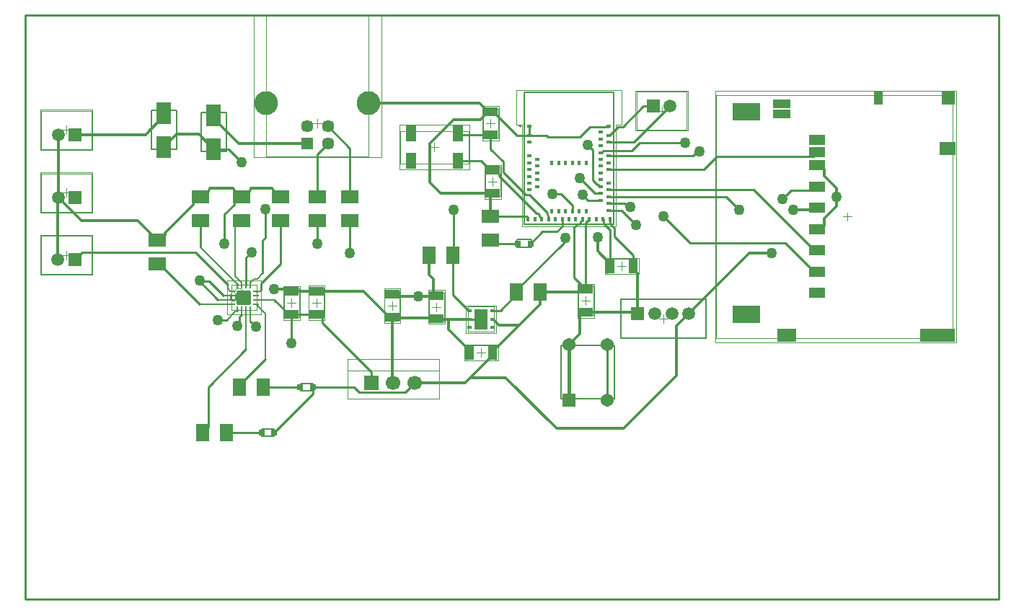
<source format=gtl>
G04*
G04 #@! TF.GenerationSoftware,Altium Limited,Altium Designer,21.0.9 (235)*
G04*
G04 Layer_Physical_Order=1*
G04 Layer_Color=255*
%FSLAX25Y25*%
%MOIN*%
G70*
G04*
G04 #@! TF.SameCoordinates,D1A995C4-E234-4582-B38A-79D50AB79B9C*
G04*
G04*
G04 #@! TF.FilePolarity,Positive*
G04*
G01*
G75*
%ADD11C,0.00787*%
%ADD12C,0.00800*%
%ADD13C,0.00500*%
%ADD14C,0.01000*%
%ADD15C,0.00630*%
%ADD16C,0.00394*%
%ADD17C,0.00197*%
%ADD38R,0.03150X0.03150*%
%ADD39R,0.06693X0.09843*%
%ADD45R,0.06063X0.06063*%
%ADD46C,0.06063*%
%ADD51R,0.04331X0.05906*%
%ADD52R,0.07874X0.03937*%
%ADD53R,0.08661X0.06102*%
%ADD54R,0.12598X0.08268*%
%ADD55R,0.07677X0.04724*%
%ADD56R,0.06496X0.05906*%
%ADD57R,0.07362X0.06299*%
%ADD58R,0.16417X0.06102*%
%ADD59R,0.02362X0.01575*%
%ADD60R,0.05906X0.09449*%
%ADD61R,0.06000X0.08000*%
%ADD62R,0.06693X0.04331*%
%ADD63R,0.05118X0.07480*%
%ADD64R,0.04331X0.06693*%
%ADD65R,0.02362X0.01575*%
%ADD66R,0.01575X0.02362*%
G04:AMPARAMS|DCode=67|XSize=9.84mil|YSize=23.62mil|CornerRadius=1.97mil|HoleSize=0mil|Usage=FLASHONLY|Rotation=90.000|XOffset=0mil|YOffset=0mil|HoleType=Round|Shape=RoundedRectangle|*
%AMROUNDEDRECTD67*
21,1,0.00984,0.01968,0,0,90.0*
21,1,0.00591,0.02362,0,0,90.0*
1,1,0.00394,0.00984,0.00295*
1,1,0.00394,0.00984,-0.00295*
1,1,0.00394,-0.00984,-0.00295*
1,1,0.00394,-0.00984,0.00295*
%
%ADD67ROUNDEDRECTD67*%
G04:AMPARAMS|DCode=68|XSize=9.84mil|YSize=23.62mil|CornerRadius=1.97mil|HoleSize=0mil|Usage=FLASHONLY|Rotation=0.000|XOffset=0mil|YOffset=0mil|HoleType=Round|Shape=RoundedRectangle|*
%AMROUNDEDRECTD68*
21,1,0.00984,0.01968,0,0,0.0*
21,1,0.00591,0.02362,0,0,0.0*
1,1,0.00394,0.00295,-0.00984*
1,1,0.00394,-0.00295,-0.00984*
1,1,0.00394,-0.00295,0.00984*
1,1,0.00394,0.00295,0.00984*
%
%ADD68ROUNDEDRECTD68*%
G04:AMPARAMS|DCode=69|XSize=66.93mil|YSize=66.93mil|CornerRadius=2.01mil|HoleSize=0mil|Usage=FLASHONLY|Rotation=0.000|XOffset=0mil|YOffset=0mil|HoleType=Round|Shape=RoundedRectangle|*
%AMROUNDEDRECTD69*
21,1,0.06693,0.06291,0,0,0.0*
21,1,0.06291,0.06693,0,0,0.0*
1,1,0.00402,0.03146,-0.03146*
1,1,0.00402,-0.03146,-0.03146*
1,1,0.00402,-0.03146,0.03146*
1,1,0.00402,0.03146,0.03146*
%
%ADD69ROUNDEDRECTD69*%
%ADD70R,0.08000X0.06000*%
%ADD71C,0.01200*%
%ADD72C,0.01500*%
%ADD73C,0.05906*%
%ADD74R,0.05906X0.05906*%
%ADD75C,0.05709*%
%ADD76R,0.05709X0.05709*%
%ADD77C,0.11024*%
%ADD78R,0.06693X0.06693*%
%ADD79C,0.06693*%
%ADD80C,0.05000*%
%ADD81C,0.01968*%
D11*
X487618Y332618D02*
Y357382D01*
X512382D01*
Y332618D02*
Y357382D01*
X487618Y332618D02*
X512382D01*
X349291Y318772D02*
X354803D01*
Y315228D02*
Y318772D01*
X349291Y315228D02*
X354803D01*
X349291D02*
Y318772D01*
X367244Y339772D02*
X372756D01*
Y336228D02*
Y339772D01*
X367244Y336228D02*
X372756D01*
X367244D02*
Y339772D01*
X467154Y402728D02*
Y406272D01*
Y402728D02*
X473846D01*
Y406272D01*
X467154D02*
X473846D01*
X321252Y446945D02*
X332748D01*
Y465055D01*
X321252D02*
X332748D01*
X321252Y446945D02*
Y465055D01*
X298252Y447945D02*
X309748D01*
Y466055D01*
X298252D02*
X309748D01*
X298252Y447945D02*
Y466055D01*
X468992Y458756D02*
G03*
X468992Y458756I-394J0D01*
G01*
D12*
X344045Y385104D02*
Y386545D01*
X345676Y388176D02*
X347117D01*
X344045Y386545D02*
X345676Y388176D01*
X343953Y385012D02*
X344045Y385104D01*
X348453Y382453D02*
X349000Y383000D01*
X346512Y382453D02*
X348453D01*
X331500Y380484D02*
X335488D01*
X334707Y382545D02*
Y382545D01*
X333500Y383752D02*
X334707Y382545D01*
X334799Y382453D02*
X335488D01*
X334707Y382545D02*
X334799Y382453D01*
X333500Y383752D02*
Y385500D01*
X340000Y371582D02*
Y373988D01*
X337000Y412400D02*
X339600Y415000D01*
X337000Y389455D02*
Y412400D01*
Y389455D02*
X339947Y386508D01*
Y385080D02*
Y386508D01*
Y385080D02*
X340016Y385012D01*
X339600Y415000D02*
X340000D01*
X328984Y378516D02*
X335488D01*
X320453Y376547D02*
X335488D01*
X347117Y388176D02*
X349500Y390559D01*
X321000Y402732D02*
X338047Y385685D01*
X351000Y351000D02*
Y372059D01*
X346512Y376547D02*
X351000Y372059D01*
X343953Y368547D02*
Y373988D01*
X337366Y373307D02*
X338039D01*
X333059Y369000D02*
X337366Y373307D01*
X341984Y355646D02*
Y373988D01*
X346512Y378516D02*
X354941D01*
D13*
X470567Y474504D02*
X511905D01*
Y413480D02*
Y474504D01*
X470567Y413480D02*
X511905D01*
X470567D02*
Y474504D01*
D14*
X593980Y428980D02*
X604138D01*
X437500Y380728D02*
X444791Y373437D01*
X363000Y358500D02*
Y371638D01*
X329000Y369000D02*
X333059D01*
X266374Y400500D02*
X318500D01*
X440394Y454732D02*
X455000D01*
X439827Y455299D02*
X440394Y454732D01*
X426929Y380000D02*
X428460Y381531D01*
X349000Y383000D02*
Y386000D01*
X358000Y395000D01*
X321000Y387000D02*
X324984D01*
X331500Y380484D01*
X320750Y386750D02*
X328984Y378516D01*
X408319Y370370D02*
X409500D01*
X406653Y372035D02*
Y372066D01*
Y372035D02*
X408319Y370370D01*
X409591Y340409D02*
X410000Y340000D01*
X409817Y370687D02*
X410819Y369685D01*
X412000D01*
X411500Y380315D02*
X411815Y380000D01*
X412000Y369685D02*
X412252Y369937D01*
X430567D02*
X431000Y370370D01*
X426052Y398552D02*
X426500Y399000D01*
X255063Y425835D02*
X255165D01*
X255063Y425249D02*
Y425835D01*
X320500Y387500D02*
X321000Y387000D01*
X508858Y332205D02*
Y357795D01*
X453819Y465362D02*
X455000D01*
X361768Y383500D02*
X363000Y382268D01*
X332000Y404500D02*
Y418000D01*
X338000Y366500D02*
X338765Y367265D01*
Y370348D01*
X340000Y371582D01*
X333874Y448126D02*
X340000Y442000D01*
X327000Y448126D02*
X333874D01*
X262874Y397000D02*
X266374Y400500D01*
X318500D02*
X333500Y385500D01*
X346512Y382453D02*
X347185D01*
X358000Y395000D02*
Y415000D01*
X301000Y395000D02*
X302000D01*
X320453Y376547D01*
X332000Y418000D02*
X336500Y422500D01*
X339000Y426000D02*
X340000D01*
X336500Y423500D02*
X339000Y426000D01*
X336500Y422500D02*
Y423500D01*
X341984Y397984D02*
X344500Y400500D01*
X341984Y385012D02*
Y397984D01*
X349500Y390559D02*
Y405870D01*
X351000Y407370D01*
Y419357D01*
X338047Y385012D02*
Y385685D01*
X321000Y402732D02*
Y415000D01*
X341000Y426000D02*
X343500Y428500D01*
Y429414D02*
X344086Y430000D01*
X354500Y428500D02*
Y429414D01*
X343500Y428500D02*
Y429414D01*
X340000Y426000D02*
X341000D01*
X353914Y430000D02*
X354500Y429414D01*
X339000Y339000D02*
X351000Y351000D01*
X343953Y368547D02*
X346500Y366000D01*
X338047Y373315D02*
Y373988D01*
X338039Y373307D02*
X338047Y373315D01*
X361819Y371638D02*
X363000D01*
X354941Y378516D02*
X361819Y371638D01*
X339000Y338000D02*
Y339000D01*
X324500Y338161D02*
X341984Y355646D01*
X322000Y317000D02*
X324500Y319500D01*
Y338161D01*
X455917Y427769D02*
X456000Y427685D01*
X439827Y442701D02*
X450433D01*
X454819Y438315D01*
X510370Y395181D02*
Y410630D01*
Y394000D02*
Y395181D01*
X515522Y419780D02*
X522125Y413177D01*
X522333D01*
X510134Y413695D02*
Y415842D01*
Y413695D02*
X512370Y411458D01*
X507116Y413884D02*
Y415711D01*
Y413884D02*
X510370Y410630D01*
X506984Y415842D02*
X507116Y415711D01*
X512370Y407630D02*
X521000Y399000D01*
X512370Y407630D02*
Y411458D01*
X521000Y394000D02*
Y399000D01*
X500685Y415449D02*
Y415842D01*
X499000Y383315D02*
Y414157D01*
X500004Y415161D02*
X500398D01*
X499000Y414157D02*
X500004Y415161D01*
X500398D02*
X500685Y415449D01*
X497248Y415161D02*
X497535Y415449D01*
X493500Y411807D02*
X494954Y413261D01*
X496573Y414575D02*
X497159Y415161D01*
X495753Y413261D02*
X496573Y414081D01*
X493500Y388815D02*
X499000Y383315D01*
X494954Y413261D02*
X495753D01*
X496573Y414081D02*
Y414575D01*
X497535Y415449D02*
Y415842D01*
X493500Y388815D02*
Y411807D01*
X497159Y415161D02*
X497248D01*
X437500Y399000D02*
X438000Y399500D01*
Y420000D01*
X488735Y406235D02*
X489500Y407000D01*
X467000Y382000D02*
Y383000D01*
X488735Y404735D01*
Y406235D01*
X390000Y400000D02*
Y415000D01*
X604138Y428980D02*
X606000Y430842D01*
X607476Y440685D02*
X609339Y438823D01*
X604524Y391472D02*
X606000D01*
X591211Y404785D02*
X604524Y391472D01*
X607476Y411157D02*
X609339Y413020D01*
X535000Y417000D02*
X547215Y404785D01*
X605000Y420000D02*
X606000Y421000D01*
X547215Y404785D02*
X591211D01*
X606000Y411157D02*
X607476D01*
X590000Y425000D02*
X593980Y428980D01*
X606000Y440685D02*
X607476D01*
X576610Y429228D02*
X604524Y401315D01*
X509543Y429228D02*
X576610D01*
X496308Y434692D02*
X503346Y427654D01*
X523828Y451000D02*
X545000D01*
X520342Y447513D02*
X523828Y451000D01*
X509543Y444976D02*
X548394D01*
X550418Y447000D01*
X551500D01*
X518376Y421500D02*
X519459D01*
X483459Y427500D02*
X487500D01*
X509543Y422929D02*
X516947D01*
X487500Y427500D02*
X492811Y422189D01*
X516947Y422929D02*
X518376Y421500D01*
X509543Y419780D02*
X515522D01*
X499996Y424504D02*
X506000D01*
X497500Y427000D02*
X499996Y424504D01*
X492811Y419386D02*
Y422189D01*
X503346Y427654D02*
X506000D01*
X375000Y404500D02*
Y415000D01*
X415654Y335653D02*
X420000Y340000D01*
X394087Y335653D02*
X415654D01*
X391741Y338000D02*
X394087Y335653D01*
X372953Y338000D02*
X391741D01*
X502119Y433885D02*
Y447881D01*
X504239Y431765D02*
X504644D01*
X505606Y430803D01*
X506000D01*
X502119Y433885D02*
X504239Y431765D01*
X500000Y450000D02*
X502119Y447881D01*
X506681Y446928D02*
X507267Y447513D01*
X520342D01*
X506681Y446839D02*
Y446928D01*
X506394Y446551D02*
X506681Y446839D01*
X506000Y446551D02*
X506394D01*
X471575Y417000D02*
X472339Y416236D01*
Y415842D02*
Y416236D01*
X455000Y417000D02*
X471575D01*
X477676Y417109D02*
Y417603D01*
X478261Y416524D02*
X478350D01*
X458847Y435634D02*
Y436650D01*
Y435634D02*
X476057Y418424D01*
X476856D01*
X478350Y416524D02*
X478638Y416236D01*
Y415842D02*
Y416236D01*
X476856Y418424D02*
X477676Y417603D01*
Y417109D02*
X478261Y416524D01*
X509331Y458543D02*
X509543Y458756D01*
X501043Y458543D02*
X509331D01*
X496319Y453819D02*
X501043Y458543D01*
X480949Y454425D02*
X481556Y453819D01*
X472929Y454425D02*
X480949D01*
X481556Y453819D02*
X496319D01*
X497819Y372685D02*
X499000D01*
X496153Y371020D02*
X497819Y372685D01*
X485653Y410000D02*
X488087Y412434D01*
X478953Y410000D02*
X485653D01*
X488087Y412434D02*
Y415842D01*
X473453Y404500D02*
X478953Y410000D01*
X521000Y392819D02*
Y394000D01*
X522315Y372685D02*
X523000Y372000D01*
X445185Y369500D02*
X450500D01*
X456000Y352819D02*
Y354000D01*
X375681Y371732D02*
X377346Y370067D01*
Y367783D02*
Y370067D01*
Y367783D02*
X400000Y345130D01*
X374500Y371732D02*
X375681D01*
X400000Y340000D02*
Y345130D01*
X372953Y334953D02*
Y338000D01*
X355000Y317000D02*
X372953Y334953D01*
X333000Y317000D02*
X349094D01*
X350000Y338000D02*
X367047D01*
X363000Y371638D02*
X374406D01*
X374500Y371732D01*
X374406Y382268D02*
X374500Y382362D01*
X456000Y354000D02*
Y355181D01*
X457665Y356846D01*
X458347D01*
X455815Y369500D02*
X456209D01*
X445370Y354000D02*
Y355181D01*
X444791Y373437D02*
X445185D01*
X437500Y380728D02*
Y399000D01*
X455815Y373437D02*
X459437D01*
X467000Y381000D01*
Y382000D01*
X497685D02*
X499000Y383315D01*
X509543Y426079D02*
X563921D01*
X570000Y420000D01*
X604524Y401315D02*
X606000D01*
X559468Y444728D02*
X604138D01*
X606000Y446590D01*
X509543Y438677D02*
X553417D01*
X559468Y444728D01*
X509543Y451276D02*
X521276D01*
X538000Y468000D01*
X514055Y458543D02*
X516136D01*
X525593Y468000D01*
X530126D01*
X509543Y454425D02*
X509937D01*
X514055Y458543D01*
X455000Y465362D02*
X456181D01*
X467118Y454425D02*
X472929D01*
Y458756D01*
X481175Y417625D02*
X481500Y417300D01*
X471168Y427041D02*
X472959D01*
X481500Y416130D02*
Y417300D01*
X472959Y427041D02*
X481175Y418825D01*
Y417625D02*
Y418825D01*
X481500Y416130D02*
X481787Y415842D01*
X460746Y437463D02*
X471168Y427041D01*
X454819Y438315D02*
X457181D01*
X455000Y448138D02*
Y454732D01*
X457181Y438315D02*
X458847Y436650D01*
X460746Y437463D02*
Y442392D01*
X455000Y448138D02*
X460746Y442392D01*
X456500Y404500D02*
X467547D01*
X455000Y406000D02*
X456500Y404500D01*
X455000Y426685D02*
X456000Y427685D01*
X390000Y426000D02*
Y448524D01*
X379921Y458602D02*
X390000Y448524D01*
X375000Y445807D02*
X379921Y450728D01*
X375000Y426000D02*
Y445807D01*
X317500Y423500D02*
X320000Y426000D01*
X321000D01*
X301000Y406000D02*
X302000D01*
X304500Y408500D01*
Y409500D01*
X317500Y422500D02*
Y423500D01*
X354500Y428500D02*
X357000Y426000D01*
X358000D01*
X335914Y430000D02*
X336500Y429414D01*
Y428500D02*
Y429414D01*
X324500Y428500D02*
Y429414D01*
X336500Y428500D02*
X339000Y426000D01*
X324500Y429414D02*
X325086Y430000D01*
X321000Y426000D02*
X322000D01*
X324500Y428500D01*
X255000Y397000D02*
X255031Y397031D01*
X304000Y463299D02*
Y464874D01*
X327000Y462299D02*
Y463874D01*
X240000Y510000D02*
X690000D01*
Y240000D02*
Y510000D01*
X240000Y240000D02*
X690000D01*
X240000D02*
Y510000D01*
D15*
X335000Y381074D02*
Y378450D01*
X335525Y377925D01*
X336574D01*
X337099Y378450D01*
Y381074D01*
X340248Y377925D02*
X338149D01*
X340248Y380024D01*
Y380549D01*
X339723Y381074D01*
X338673D01*
X338149Y380549D01*
D16*
X340606Y381862D02*
G03*
X340606Y381862I-1969J0D01*
G01*
X247386Y465858D02*
X270614D01*
X247386Y448142D02*
Y465858D01*
X270614Y448142D02*
Y465858D01*
X247386Y448142D02*
X270614D01*
X247386Y436858D02*
X270614D01*
X247386Y419142D02*
Y436858D01*
X270614Y419142D02*
Y436858D01*
X247386Y419142D02*
X270614D01*
X559130Y360596D02*
Y473195D01*
X668577Y360596D02*
Y473195D01*
X559130Y360596D02*
X668577D01*
X559130Y473195D02*
X668577D01*
X515323Y360976D02*
X554299D01*
X515323D02*
Y378693D01*
X554299Y360976D02*
Y378693D01*
X515323D02*
X554299D01*
X351299Y444783D02*
X398701D01*
Y509744D01*
X351299D02*
X398701D01*
X351299Y444783D02*
Y509744D01*
X444594Y363594D02*
Y375405D01*
X456405D01*
Y363594D02*
Y375405D01*
X444594Y363594D02*
X456405D01*
X444594Y375406D02*
X456406D01*
Y363594D02*
Y375406D01*
X444594Y363594D02*
X456406D01*
X444594D02*
Y375406D01*
X495457Y371307D02*
Y384693D01*
X502543Y371307D02*
Y384693D01*
X495457Y371307D02*
X502543D01*
X495457Y384693D02*
X502543D01*
X413252Y441520D02*
X444748D01*
X413252D02*
Y456480D01*
X444748D01*
Y441520D02*
Y456480D01*
X443992Y357543D02*
X457378D01*
X443992Y350457D02*
X457378D01*
X443992D02*
Y357543D01*
X457378Y350457D02*
Y357543D01*
X426457Y368492D02*
Y381878D01*
X433543Y368492D02*
Y381878D01*
X426457Y368492D02*
X433543D01*
X426457Y381878D02*
X433543D01*
X405957Y368992D02*
Y382378D01*
X413043Y368992D02*
Y382378D01*
X405957Y368992D02*
X413043D01*
X405957Y382378D02*
X413043D01*
X366543Y370260D02*
Y383646D01*
X359457Y370260D02*
Y383646D01*
X366543D01*
X359457Y370260D02*
X366543D01*
X378043Y370354D02*
Y383740D01*
X370957Y370354D02*
Y383740D01*
X378043D01*
X370957Y370354D02*
X378043D01*
X458543Y453354D02*
Y466740D01*
X451457Y453354D02*
Y466740D01*
X458543D01*
X451457Y453354D02*
X458543D01*
X508992Y390457D02*
X522378D01*
X508992Y397543D02*
X522378D01*
Y390457D02*
Y397543D01*
X508992Y390457D02*
Y397543D01*
X452457Y426307D02*
Y439693D01*
X459543Y426307D02*
Y439693D01*
X452457Y426307D02*
X459543D01*
X452457Y439693D02*
X459543D01*
X335094Y373594D02*
X346906D01*
X335094Y385406D02*
X346906D01*
Y373594D02*
Y385406D01*
X335094Y373594D02*
Y385406D01*
X388937Y345709D02*
X431063D01*
X388937Y332717D02*
X431063D01*
Y351220D01*
X388937Y332717D02*
Y351220D01*
X431063D01*
X247323Y390307D02*
X270551D01*
Y408024D01*
X247323Y390307D02*
Y408024D01*
X270551D01*
X522449Y474693D02*
X545677D01*
X522449Y456976D02*
Y474693D01*
X545677Y456976D02*
Y474693D01*
X522449Y456976D02*
X545677D01*
X259000Y455031D02*
Y458968D01*
X257031Y457000D02*
X260968D01*
X259000Y426031D02*
Y429968D01*
X257031Y428000D02*
X260968D01*
X617939Y416896D02*
X621876D01*
X619907Y414927D02*
Y418864D01*
X534811Y367866D02*
Y371803D01*
X532843Y369835D02*
X536780D01*
X375000Y458032D02*
Y461969D01*
X373031Y460000D02*
X376969D01*
X450500Y367532D02*
Y371469D01*
X448532Y369500D02*
X452469D01*
X497032Y378000D02*
X500969D01*
X499000Y376032D02*
Y379969D01*
X495260Y370126D02*
Y385874D01*
X502740Y370126D02*
Y385874D01*
X495260Y370126D02*
X502740D01*
X495260Y385874D02*
X502740D01*
X427032Y449000D02*
X430969D01*
X429000Y447032D02*
Y450969D01*
X450685Y352031D02*
Y355969D01*
X448717Y354000D02*
X452654D01*
X442811Y357740D02*
X458559D01*
X442811Y350260D02*
X458559D01*
X442811D02*
Y357740D01*
X458559Y350260D02*
Y357740D01*
X428032Y375185D02*
X431969D01*
X430000Y373217D02*
Y377154D01*
X426260Y367311D02*
Y383059D01*
X433740Y367311D02*
Y383059D01*
X426260Y367311D02*
X433740D01*
X426260Y383059D02*
X433740D01*
X407532Y375685D02*
X411469D01*
X409500Y373717D02*
Y377654D01*
X405760Y367811D02*
Y383559D01*
X413240Y367811D02*
Y383559D01*
X405760Y367811D02*
X413240D01*
X405760Y383559D02*
X413240D01*
X361032Y376953D02*
X364969D01*
X363000Y374984D02*
Y378921D01*
X366740Y369079D02*
Y384827D01*
X359260Y369079D02*
Y384827D01*
X366740D01*
X359260Y369079D02*
X366740D01*
X372532Y377047D02*
X376469D01*
X374500Y375079D02*
Y379016D01*
X378240Y369173D02*
Y384921D01*
X370760Y369173D02*
Y384921D01*
X378240D01*
X370760Y369173D02*
X378240D01*
X453032Y460047D02*
X456969D01*
X455000Y458079D02*
Y462016D01*
X458740Y452173D02*
Y467921D01*
X451260Y452173D02*
Y467921D01*
X458740D01*
X451260Y452173D02*
X458740D01*
X515685Y392032D02*
Y395969D01*
X513717Y394000D02*
X517654D01*
X507811Y390260D02*
X523559D01*
X507811Y397740D02*
X523559D01*
Y390260D02*
Y397740D01*
X507811Y390260D02*
Y397740D01*
X454032Y433000D02*
X457969D01*
X456000Y431032D02*
Y434969D01*
X452260Y425126D02*
Y440874D01*
X459740Y425126D02*
Y440874D01*
X452260Y425126D02*
X459740D01*
X452260Y440874D02*
X459740D01*
X341000Y377532D02*
Y381469D01*
X339032Y379500D02*
X342969D01*
X408031Y340000D02*
X411969D01*
X410000Y338031D02*
Y341968D01*
X256968Y399165D02*
X260905D01*
X258937Y397197D02*
Y401134D01*
X532094Y465835D02*
X536031D01*
X534063Y463866D02*
Y467803D01*
D17*
X246992Y466252D02*
X271008D01*
X246992Y447748D02*
Y466252D01*
X271008Y447748D02*
Y466252D01*
X246992Y447748D02*
X271008D01*
X246992Y437252D02*
X271008D01*
X246992Y418748D02*
Y437252D01*
X271008Y418748D02*
Y437252D01*
X246992Y418748D02*
X271008D01*
X558734Y358777D02*
Y474915D01*
Y358777D02*
X670153D01*
Y474915D01*
X558734D02*
X670153D01*
X514929Y360583D02*
X554693D01*
X514929D02*
Y379087D01*
X554693Y360583D02*
Y379087D01*
X514929D02*
X554693D01*
X345394Y444390D02*
Y510138D01*
X404606D01*
Y444390D02*
Y510138D01*
X345394Y444390D02*
X404606D01*
X443610Y375799D02*
X457390D01*
Y363201D02*
Y375799D01*
X443610Y363201D02*
X457390D01*
X443610D02*
Y375799D01*
X412858Y438567D02*
X445142D01*
X412858D02*
Y459433D01*
X445142D01*
Y438567D02*
Y459433D01*
X466827Y459543D02*
X469583D01*
X466827D02*
Y475488D01*
X515646D01*
Y459543D02*
Y475488D01*
X512890Y459543D02*
X515646D01*
X512890Y412496D02*
Y459543D01*
X469583Y412496D02*
X512890D01*
X469583D02*
Y459543D01*
X333126Y371626D02*
X348874D01*
X333126Y387374D02*
X348874D01*
Y371626D02*
Y387374D01*
X333126Y371626D02*
Y387374D01*
X246929Y389913D02*
X270945D01*
Y408417D01*
X246929Y389913D02*
Y408417D01*
X270945D01*
X522055Y475087D02*
X546071D01*
X522055Y456583D02*
Y475087D01*
X546071Y456583D02*
Y475087D01*
X522055Y456583D02*
X546071D01*
D38*
X349094Y317000D02*
D03*
X355000D02*
D03*
X367047Y338000D02*
D03*
X372953D02*
D03*
X473453Y404500D02*
D03*
X467547D02*
D03*
D39*
X327000Y463874D02*
D03*
Y448126D02*
D03*
X304000Y464874D02*
D03*
Y449126D02*
D03*
D45*
X491142Y332205D02*
D03*
D46*
Y357795D02*
D03*
X508858Y332205D02*
D03*
Y357795D02*
D03*
D51*
X634366Y471571D02*
D03*
D52*
X589602Y469012D02*
D03*
Y464287D02*
D03*
D53*
X591728Y362220D02*
D03*
D54*
X573303Y371689D02*
D03*
Y465390D02*
D03*
D55*
X606000Y401315D02*
D03*
Y411157D02*
D03*
Y421000D02*
D03*
Y430842D02*
D03*
Y440685D02*
D03*
Y391472D02*
D03*
Y446590D02*
D03*
Y452496D02*
D03*
Y381630D02*
D03*
D56*
X666512Y471571D02*
D03*
D57*
X666079Y448461D02*
D03*
D58*
X661551Y362220D02*
D03*
D59*
X455815Y373437D02*
D03*
Y369500D02*
D03*
Y365563D02*
D03*
X445185D02*
D03*
Y369500D02*
D03*
Y373437D02*
D03*
D60*
X450500Y369500D02*
D03*
D61*
X467000Y382000D02*
D03*
X478000D02*
D03*
X333000Y317000D02*
D03*
X322000D02*
D03*
X350000Y338000D02*
D03*
X339000D02*
D03*
X426500Y399000D02*
D03*
X437500D02*
D03*
D62*
X499000Y372685D02*
D03*
Y383315D02*
D03*
X430000Y369870D02*
D03*
Y380500D02*
D03*
X409500Y370370D02*
D03*
Y381000D02*
D03*
X363000Y382268D02*
D03*
Y371638D02*
D03*
X374500Y382362D02*
D03*
Y371732D02*
D03*
X455000Y465362D02*
D03*
Y454732D02*
D03*
X456000Y427685D02*
D03*
Y438315D02*
D03*
D63*
X439827Y442701D02*
D03*
Y455299D02*
D03*
X418173Y442701D02*
D03*
Y455299D02*
D03*
D64*
X445370Y354000D02*
D03*
X456000D02*
D03*
X521000Y394000D02*
D03*
X510370D02*
D03*
D65*
X472929Y458756D02*
D03*
Y454425D02*
D03*
Y451276D02*
D03*
Y444976D02*
D03*
X476472Y443402D02*
D03*
X472929Y441827D02*
D03*
X476472Y440252D02*
D03*
X472929Y438677D02*
D03*
X476472Y437102D02*
D03*
X472929Y435528D02*
D03*
X476472Y433953D02*
D03*
X472929Y432378D02*
D03*
X476472Y430803D02*
D03*
X472929Y429228D02*
D03*
X509543Y419780D02*
D03*
Y422929D02*
D03*
X506000Y424504D02*
D03*
X509543Y426079D02*
D03*
X506000Y427654D02*
D03*
X509543Y429228D02*
D03*
X506000Y430803D02*
D03*
X509543Y432378D02*
D03*
X506000Y433953D02*
D03*
Y437102D02*
D03*
X509543Y438677D02*
D03*
X506000Y440252D02*
D03*
X509543Y441827D02*
D03*
X506000Y443402D02*
D03*
X509543Y444976D02*
D03*
X506000Y446551D02*
D03*
Y449701D02*
D03*
X509543Y451276D02*
D03*
X506000Y452850D02*
D03*
X509543Y454425D02*
D03*
X506000Y456000D02*
D03*
X509543Y458756D02*
D03*
D66*
X472339Y415842D02*
D03*
X475488D02*
D03*
X478638D02*
D03*
X481787D02*
D03*
X483362Y419386D02*
D03*
X484937Y415842D02*
D03*
X486512Y419386D02*
D03*
X488087Y415842D02*
D03*
X489661Y419386D02*
D03*
X491236Y415842D02*
D03*
X492811Y419386D02*
D03*
X494386Y415842D02*
D03*
X495961Y419386D02*
D03*
X497535Y415842D02*
D03*
X499110Y419386D02*
D03*
X500685Y415842D02*
D03*
X503835D02*
D03*
X506984D02*
D03*
X510134D02*
D03*
X483362Y441827D02*
D03*
X486512D02*
D03*
X489661D02*
D03*
X492811D02*
D03*
X495961D02*
D03*
X499110D02*
D03*
D67*
X335488Y382453D02*
D03*
Y380484D02*
D03*
Y378516D02*
D03*
Y376547D02*
D03*
X346512D02*
D03*
Y378516D02*
D03*
Y380484D02*
D03*
Y382453D02*
D03*
D68*
X338047Y373988D02*
D03*
X340016D02*
D03*
X341984D02*
D03*
X343953D02*
D03*
Y385012D02*
D03*
X341984D02*
D03*
X340016D02*
D03*
X338047D02*
D03*
D69*
X341000Y379500D02*
D03*
D70*
X455000Y406000D02*
D03*
Y417000D02*
D03*
X390000Y426000D02*
D03*
Y415000D02*
D03*
X375000Y426000D02*
D03*
Y415000D02*
D03*
X301000Y406000D02*
D03*
Y395000D02*
D03*
X321000Y426000D02*
D03*
Y415000D02*
D03*
X340000Y426000D02*
D03*
Y415000D02*
D03*
X358000Y426000D02*
D03*
Y415000D02*
D03*
D71*
X428460Y381531D02*
Y387950D01*
X426500Y389910D02*
X428460Y387950D01*
X421500Y380000D02*
X426929D01*
X411815D02*
X421500D01*
X374500Y382362D02*
X396357D01*
X406653Y372066D01*
X409591Y340409D02*
Y369944D01*
X412252Y369937D02*
X430567D01*
X431000Y369500D02*
X435685D01*
X426500Y389910D02*
Y398552D01*
X255165Y425835D02*
X266000Y415000D01*
X292000D01*
X255031Y397031D02*
Y425249D01*
X398701Y469272D02*
X449909D01*
X453819Y465362D01*
X355000Y383500D02*
X361768D01*
X344086Y430000D02*
X353914D01*
X427000Y432586D02*
X431817Y427769D01*
X455917D01*
X427000Y432586D02*
Y450751D01*
X437907Y461658D01*
X450115D01*
X453819Y465362D01*
X504500Y401051D02*
X510370Y395181D01*
X504500Y401051D02*
Y407500D01*
X609339Y416158D02*
X615000Y421819D01*
X609339Y435684D02*
Y438823D01*
Y413020D02*
Y416158D01*
Y435684D02*
X615000Y430023D01*
Y425921D02*
Y430023D01*
Y421819D02*
Y425921D01*
X595000Y420000D02*
X605000D01*
X574622Y400000D02*
X585000D01*
X445681Y342500D02*
X456000Y352819D01*
X485500Y319000D02*
X516500D01*
X462000Y342500D02*
X485500Y319000D01*
X445681Y342500D02*
X462000D01*
X443181Y340000D02*
X445681Y342500D01*
X541000Y343500D02*
Y366378D01*
X546622Y372000D01*
X516500Y319000D02*
X541000Y343500D01*
X546622Y372000D02*
X574622Y400000D01*
X496153Y362807D02*
Y371020D01*
X491142Y357795D02*
X496153Y362807D01*
X523000Y372000D02*
Y390819D01*
X521000Y392819D02*
X523000Y390819D01*
X499000Y372685D02*
X522315D01*
X420000Y340000D02*
X443181D01*
X363000Y382268D02*
X374406D01*
X459035Y366673D02*
X468173D01*
X458347Y356846D02*
X468173Y366673D01*
X456209Y369500D02*
X459035Y366673D01*
X468173D02*
X478000Y376500D01*
Y382000D01*
X435685Y369500D02*
X445185D01*
X435685Y364866D02*
X445370Y355181D01*
X435685Y364866D02*
Y369500D01*
X478000Y382000D02*
X497685D01*
X456181Y465362D02*
X467118Y454425D01*
X455000Y417000D02*
Y426685D01*
X304500Y409500D02*
X317500Y422500D01*
X325086Y430000D02*
X335914D01*
X304000Y449126D02*
X309874Y455000D01*
X320126D02*
X327000Y448126D01*
X309874Y455000D02*
X320126D01*
X292000Y415000D02*
X301000Y406000D01*
X255063Y425835D02*
Y454835D01*
X295535D02*
X304000Y463299D01*
X262937Y454835D02*
X295535D01*
X327000Y462299D02*
X338571Y450728D01*
X370079D01*
D72*
X491142Y332205D02*
Y357795D01*
D73*
X255063Y454835D02*
D03*
Y425835D02*
D03*
X538748Y372000D02*
D03*
X530874D02*
D03*
X546622D02*
D03*
X255000Y397000D02*
D03*
X538000Y468000D02*
D03*
D74*
X262937Y454835D02*
D03*
Y425835D02*
D03*
X523000Y372000D02*
D03*
X262874Y397000D02*
D03*
X530126Y468000D02*
D03*
D75*
X370079Y458602D02*
D03*
X379921D02*
D03*
Y450728D02*
D03*
D76*
X370079D02*
D03*
D77*
X351299Y469272D02*
D03*
X398701D02*
D03*
D78*
X400000Y340000D02*
D03*
D79*
X410000D02*
D03*
X420000D02*
D03*
D80*
X421500Y380000D02*
D03*
X332000Y404500D02*
D03*
X355000Y383500D02*
D03*
X338000Y366500D02*
D03*
X340000Y442000D02*
D03*
X320500Y387500D02*
D03*
X344500Y400500D02*
D03*
X351000Y420500D02*
D03*
X346500Y366000D02*
D03*
X363000Y358500D02*
D03*
X329000Y369000D02*
D03*
X504500Y407500D02*
D03*
X522333Y413177D02*
D03*
X438000Y420000D02*
D03*
X489500Y407000D02*
D03*
X390000Y400000D02*
D03*
X535000Y417000D02*
D03*
X595000Y420000D02*
D03*
X615000Y425921D02*
D03*
X590000Y425000D02*
D03*
X585000Y400000D02*
D03*
X496308Y434692D02*
D03*
X545000Y451000D02*
D03*
X551500Y447000D02*
D03*
X519459Y421500D02*
D03*
X483459Y427500D02*
D03*
X497500Y427000D02*
D03*
X375000Y404500D02*
D03*
X500000Y450000D02*
D03*
X570000Y420000D02*
D03*
D81*
X341000Y379500D02*
D03*
X342969Y377532D02*
D03*
Y381469D02*
D03*
X339032D02*
D03*
Y377532D02*
D03*
M02*

</source>
